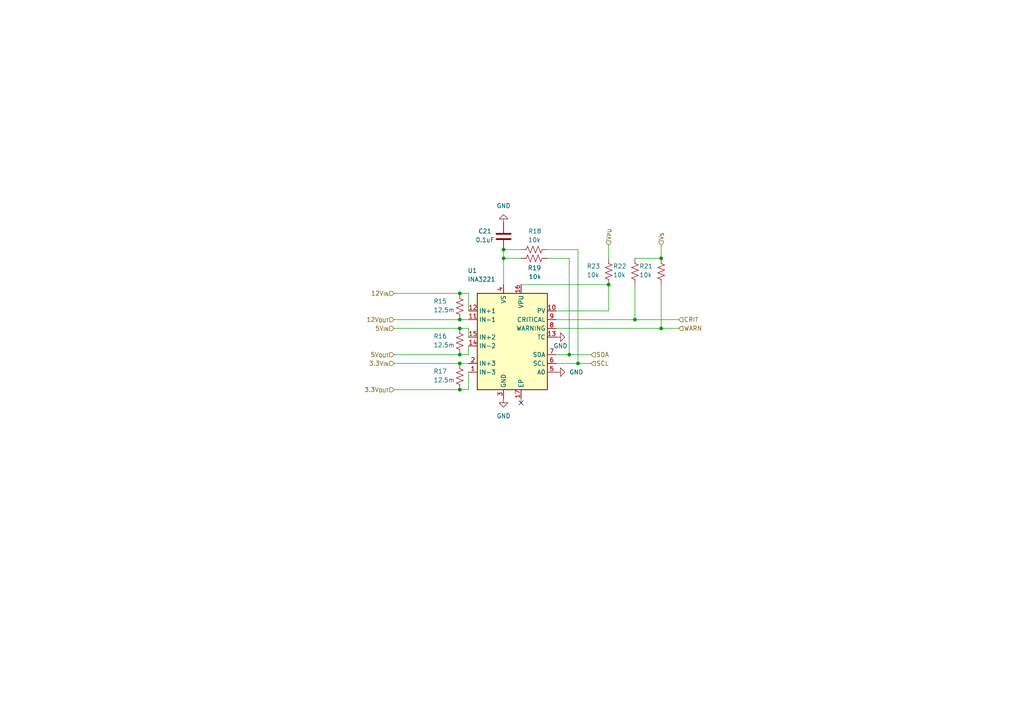
<source format=kicad_sch>
(kicad_sch (version 20240101) (generator "eeschema") (generator_version "8.99")
  (paper "A4")
  (lib_symbols
    (symbol "Device:C" (pin_numbers hide) (pin_names (offset 0.254))
      (property "Reference" "C" (at 0.635 2.54 0))
      (property "Value" "C" (at 0.635 -2.54 0))
      (symbol "C_0_1"
        (polyline (pts (xy -2.032 -0.762) (xy 2.032 -0.762)) (stroke (width 0.508)))
        (polyline (pts (xy -2.032 0.762) (xy 2.032 0.762)) (stroke (width 0.508)))
      )
      (symbol "C_1_1"
        (pin passive line (at 0 3.81 270) (length 2.794) (name "~") (number "1"))
        (pin passive line (at 0 -3.81 90) (length 2.794) (name "~") (number "2"))
      )
    )
    (symbol "Device:R_US" (pin_numbers hide) (pin_names (offset 0))
      (property "Reference" "R" (at 2.54 0 90))
      (property "Value" "R_US" (at -2.54 0 90))
      (symbol "R_US_0_1"
        (polyline (pts (xy 0 -2.286) (xy 0 -2.54)))
        (polyline (pts (xy 0 2.286) (xy 0 2.54)))
        (polyline (pts (xy 0 -0.762) (xy 1.016 -1.143) (xy 0 -1.524) (xy -1.016 -1.905) (xy 0 -2.286)))
        (polyline (pts (xy 0 0.762) (xy 1.016 0.381) (xy 0 0) (xy -1.016 -0.381) (xy 0 -0.762)))
        (polyline (pts (xy 0 2.286) (xy 1.016 1.905) (xy 0 1.524) (xy -1.016 1.143) (xy 0 0.762)))
      )
      (symbol "R_US_1_1"
        (pin passive line (at 0 3.81 270) (length 1.27) (name "~") (number "1"))
        (pin passive line (at 0 -3.81 90) (length 1.27) (name "~") (number "2"))
      )
    )
    (symbol "Power_Management:INA3221"
      (property "Reference" "U" (at -10.16 17.78 0))
      (property "Value" "INA3221" (at 5.08 17.78 0))
      (symbol "INA3221_0_1"
        (rectangle (start 10.16 -12.7) (end -10.16 15.24) (stroke (width 0.254)) (fill (type background)))
      )
      (symbol "INA3221_1_1"
        (pin input line (at -12.7 -7.62 0) (length 2.54) (name "IN-3") (number "1"))
        (pin open_collector line (at 12.7 10.16 180) (length 2.54) (name "PV") (number "10"))
        (pin input line (at -12.7 7.62 0) (length 2.54) (name "IN-1") (number "11"))
        (pin input line (at -12.7 10.16 0) (length 2.54) (name "IN+1") (number "12"))
        (pin open_collector line (at 12.7 2.54 180) (length 2.54) (name "TC") (number "13"))
        (pin input line (at -12.7 0 0) (length 2.54) (name "IN-2") (number "14"))
        (pin input line (at -12.7 2.54 0) (length 2.54) (name "IN+2") (number "15"))
        (pin power_in line (at 2.54 17.78 270) (length 2.54) (name "VPU") (number "16"))
        (pin passive line (at 2.54 -15.24 90) (length 2.54) (name "EP") (number "17"))
        (pin input line (at -12.7 -5.08 0) (length 2.54) (name "IN+3") (number "2"))
        (pin power_in line (at -2.54 -15.24 90) (length 2.54) (name "GND") (number "3"))
        (pin power_in line (at -2.54 17.78 270) (length 2.54) (name "VS") (number "4"))
        (pin input line (at 12.7 -7.62 180) (length 2.54) (name "A0") (number "5"))
        (pin input line (at 12.7 -5.08 180) (length 2.54) (name "SCL") (number "6"))
        (pin bidirectional line (at 12.7 -2.54 180) (length 2.54) (name "SDA") (number "7"))
        (pin open_collector line (at 12.7 5.08 180) (length 2.54) (name "WARNING") (number "8"))
        (pin open_collector line (at 12.7 7.62 180) (length 2.54) (name "CRITICAL") (number "9"))
      )
    )
    (symbol "power:GND" (power) (pin_numbers hide) (pin_names (offset 0) hide)
      (property "Value" "GND" (at 0 -3.81 0))
      (symbol "GND_0_1"
        (polyline (pts (xy 0 0) (xy 0 -1.27) (xy 1.27 -1.27) (xy 0 -2.54) (xy -1.27 -1.27) (xy 0 -1.27)))
      )
      (symbol "GND_1_1"
        (pin power_in line (at 0 0 270) (length 0) (name "~") (number "1"))
      )
    )
  )
  (junction (at 133.35 92.71))
  (junction (at 133.35 105.41))
  (junction (at 191.77 95.25))
  (junction (at 184.15 92.71))
  (junction (at 165.1 102.87))
  (junction (at 146.05 74.93))
  (junction (at 176.53 82.55))
  (junction (at 133.35 113.03))
  (junction (at 133.35 85.09))
  (junction (at 133.35 102.87))
  (junction (at 191.77 74.93))
  (junction (at 167.64 105.41))
  (junction (at 146.05 72.39))
  (junction (at 133.35 95.25))
  (no_connect (at 151.13 116.84))
  (wire (pts (xy 165.1 102.87) (xy 171.45 102.87)))
  (wire (pts (xy 114.3 105.41) (xy 133.35 105.41)))
  (wire (pts (xy 133.35 95.25) (xy 135.89 95.25)))
  (wire (pts (xy 161.29 102.87) (xy 165.1 102.87)))
  (wire (pts (xy 146.05 74.93) (xy 146.05 82.55)))
  (wire (pts (xy 135.89 95.25) (xy 135.89 97.79)))
  (wire (pts (xy 191.77 82.55) (xy 191.77 95.25)))
  (wire (pts (xy 158.75 72.39) (xy 167.64 72.39)))
  (wire (pts (xy 114.3 113.03) (xy 133.35 113.03)))
  (wire (pts (xy 176.53 82.55) (xy 176.53 90.17)))
  (wire (pts (xy 133.35 85.09) (xy 135.89 85.09)))
  (wire (pts (xy 158.75 74.93) (xy 165.1 74.93)))
  (wire (pts (xy 167.64 105.41) (xy 171.45 105.41)))
  (wire (pts (xy 191.77 95.25) (xy 196.85 95.25)))
  (wire (pts (xy 133.35 92.71) (xy 135.89 92.71)))
  (wire (pts (xy 161.29 90.17) (xy 176.53 90.17)))
  (wire (pts (xy 184.15 74.93) (xy 191.77 74.93)))
  (wire (pts (xy 114.3 92.71) (xy 133.35 92.71)))
  (wire (pts (xy 135.89 100.33) (xy 135.89 102.87)))
  (wire (pts (xy 151.13 115.57) (xy 151.13 116.84)))
  (wire (pts (xy 114.3 95.25) (xy 133.35 95.25)))
  (wire (pts (xy 161.29 92.71) (xy 184.15 92.71)))
  (wire (pts (xy 146.05 74.93) (xy 151.13 74.93)))
  (wire (pts (xy 133.35 113.03) (xy 135.89 113.03)))
  (wire (pts (xy 161.29 95.25) (xy 191.77 95.25)))
  (wire (pts (xy 167.64 105.41) (xy 167.64 72.39)))
  (wire (pts (xy 135.89 102.87) (xy 133.35 102.87)))
  (wire (pts (xy 114.3 85.09) (xy 133.35 85.09)))
  (wire (pts (xy 191.77 71.12) (xy 191.77 74.93)))
  (wire (pts (xy 176.53 71.12) (xy 176.53 74.93)))
  (wire (pts (xy 151.13 82.55) (xy 176.53 82.55)))
  (wire (pts (xy 135.89 113.03) (xy 135.89 107.95)))
  (wire (pts (xy 146.05 72.39) (xy 146.05 74.93)))
  (wire (pts (xy 184.15 82.55) (xy 184.15 92.71)))
  (wire (pts (xy 161.29 105.41) (xy 167.64 105.41)))
  (wire (pts (xy 184.15 92.71) (xy 196.85 92.71)))
  (wire (pts (xy 165.1 102.87) (xy 165.1 74.93)))
  (wire (pts (xy 135.89 90.17) (xy 135.89 85.09)))
  (wire (pts (xy 133.35 105.41) (xy 135.89 105.41)))
  (wire (pts (xy 146.05 72.39) (xy 151.13 72.39)))
  (wire (pts (xy 114.3 102.87) (xy 133.35 102.87)))
  (hierarchical_label "5V_{IN}" (shape input) (at 114.3 95.25 180))
  (hierarchical_label "3.3V_{OUT}" (shape input) (at 114.3 113.03 180))
  (hierarchical_label "12V_{IN}" (shape input) (at 114.3 85.09 180))
  (hierarchical_label "CRIT" (shape input) (at 196.85 92.71 0))
  (hierarchical_label "SCL" (shape input) (at 171.45 105.41 0))
  (hierarchical_label "WARN" (shape input) (at 196.85 95.25 0))
  (hierarchical_label "5V_{OUT}" (shape input) (at 114.3 102.87 180))
  (hierarchical_label "3.3V_{IN}" (shape input) (at 114.3 105.41 180))
  (hierarchical_label "SDA" (shape input) (at 171.45 102.87 0))
  (hierarchical_label "12V_{OUT}" (shape input) (at 114.3 92.71 180))
  (hierarchical_label "V_{PU}" (shape input) (at 176.53 71.12 90))
  (hierarchical_label "V_{S}" (shape input) (at 191.77 71.12 90))
  (symbol (lib_id "power:GND") (at 146.05 64.77 180) (unit 1)
    (property "Reference" "#PWR024" (effects (hide yes)))
    (property "Value" "GND" (at 146.05 59.69 0))
    (property "Description" "Power symbol creates a global label with name \"GND\" , ground" (effects (hide yes)))
  )
  (symbol (lib_id "Power_Management:INA3221") (at 148.59 100.33 0) (unit 1)
    (property "Reference" "U1" (at 135.636 78.486 0) (effects (justify left)))
    (property "Value" "INA3221" (at 135.636 81.026 0) (effects (justify left)))
    (property "Footprint" "Package_DFN_QFN:Texas_RGV0016A_VQFN-16-1EP_4x4mm_P0.65mm_EP2.1x2.1mm" (effects (hide yes)))
    (property "Datasheet" "http://www.ti.com/lit/ds/symlink/ina3221.pdf" (effects (hide yes)))
    (property "Description" "Triple-Channel High-Side Shunt and Bus Voltage Monitor with I2C and SMBUS Compatible Interface, QFN-16" (effects (hide yes)))
  )
  (symbol (lib_id "Device:R_US") (at 154.94 72.39 270) (unit 1)
    (property "Reference" "R18" (at 153.162 67.056 90) (effects (justify left)))
    (property "Value" "10k" (at 153.162 69.596 90) (effects (justify left)))
    (property "Description" "Resistor, US symbol" (effects (hide yes)))
  )
  (symbol (lib_id "power:GND") (at 161.29 97.79 90) (unit 1)
    (property "Reference" "#PWR027" (effects (hide yes)))
    (property "Value" "GND" (at 160.528 100.33 90) (effects (justify right)))
    (property "Description" "Power symbol creates a global label with name \"GND\" , ground" (effects (hide yes)))
  )
  (symbol (lib_id "power:GND") (at 161.29 107.95 90) (unit 1)
    (property "Reference" "#PWR025" (effects (hide yes)))
    (property "Value" "GND" (at 165.1 107.9499 90) (effects (justify right)))
    (property "Description" "Power symbol creates a global label with name \"GND\" , ground" (effects (hide yes)))
  )
  (symbol (lib_id "Device:R_US") (at 176.53 78.74 0) (unit 1)
    (property "Reference" "R23" (at 170.18 77.216 0) (effects (justify left)))
    (property "Value" "10k" (at 170.18 79.756 0) (effects (justify left)))
    (property "Description" "Resistor, US symbol" (effects (hide yes)))
  )
  (symbol (lib_id "Device:R_US") (at 133.35 109.22 0) (unit 1)
    (property "Reference" "R17" (at 125.73 107.696 0) (effects (justify left)))
    (property "Value" "12.5m" (at 125.73 110.236 0) (effects (justify left)))
    (property "Description" "Resistor, US symbol" (effects (hide yes)))
  )
  (symbol (lib_id "Device:R_US") (at 133.35 88.9 0) (unit 1)
    (property "Reference" "R15" (at 125.73 87.376 0) (effects (justify left)))
    (property "Value" "12.5m" (at 125.73 89.916 0) (effects (justify left)))
    (property "Description" "Resistor, US symbol" (effects (hide yes)))
  )
  (symbol (lib_id "Device:C") (at 146.05 68.58 0) (unit 1)
    (property "Reference" "C21" (at 138.684 67.056 0) (effects (justify left)))
    (property "Value" "0.1uF" (at 137.922 69.596 0) (effects (justify left)))
    (property "Description" "Unpolarized capacitor" (effects (hide yes)))
  )
  (symbol (lib_id "power:GND") (at 146.05 115.57 0) (unit 1)
    (property "Reference" "#PWR023" (effects (hide yes)))
    (property "Value" "GND" (at 146.05 120.65 0))
    (property "Description" "Power symbol creates a global label with name \"GND\" , ground" (effects (hide yes)))
  )
  (symbol (lib_id "Device:R_US") (at 191.77 78.74 0) (unit 1)
    (property "Reference" "R21" (at 185.42 77.216 0) (effects (justify left)))
    (property "Value" "10k" (at 185.42 79.756 0) (effects (justify left)))
    (property "Description" "Resistor, US symbol" (effects (hide yes)))
  )
  (symbol (lib_id "Device:R_US") (at 133.35 99.06 0) (unit 1)
    (property "Reference" "R16" (at 125.73 97.536 0) (effects (justify left)))
    (property "Value" "12.5m" (at 125.73 100.076 0) (effects (justify left)))
    (property "Description" "Resistor, US symbol" (effects (hide yes)))
  )
  (symbol (lib_id "Device:R_US") (at 184.15 78.74 0) (unit 1)
    (property "Reference" "R22" (at 177.8 77.216 0) (effects (justify left)))
    (property "Value" "10k" (at 177.8 79.756 0) (effects (justify left)))
    (property "Description" "Resistor, US symbol" (effects (hide yes)))
  )
  (symbol (lib_id "Device:R_US") (at 154.94 74.93 90) (unit 1)
    (property "Reference" "R19" (at 156.972 77.724 90) (effects (justify left)))
    (property "Value" "10k" (at 156.972 80.264 90) (effects (justify left)))
    (property "Description" "Resistor, US symbol" (effects (hide yes)))
  )
)
</source>
